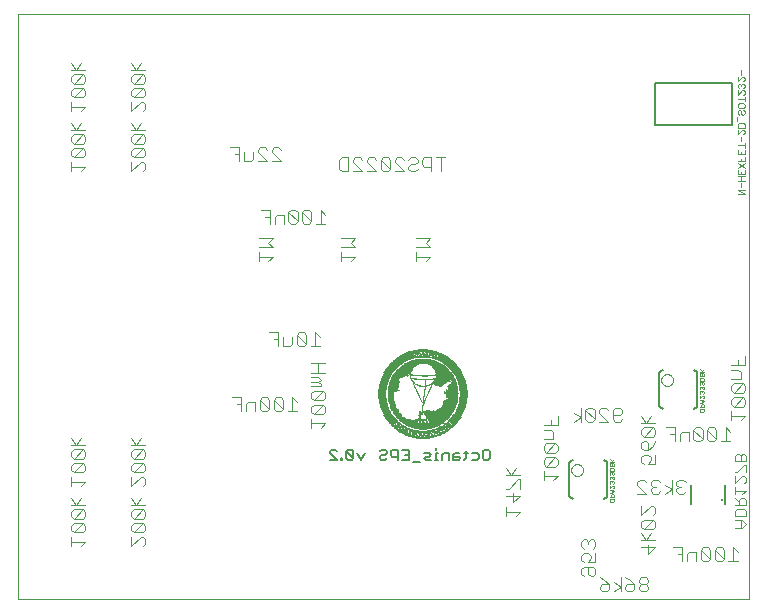
<source format=gbo>
G75*
%MOIN*%
%OFA0B0*%
%FSLAX24Y24*%
%IPPOS*%
%LPD*%
%AMOC8*
5,1,8,0,0,1.08239X$1,22.5*
%
%ADD10C,0.0000*%
%ADD11R,0.0340X0.0010*%
%ADD12R,0.0480X0.0010*%
%ADD13R,0.0590X0.0010*%
%ADD14R,0.0680X0.0010*%
%ADD15R,0.0760X0.0010*%
%ADD16R,0.0010X0.0010*%
%ADD17R,0.0090X0.0010*%
%ADD18R,0.0320X0.0010*%
%ADD19R,0.0300X0.0010*%
%ADD20R,0.0040X0.0010*%
%ADD21R,0.0070X0.0010*%
%ADD22R,0.0050X0.0010*%
%ADD23R,0.0270X0.0010*%
%ADD24R,0.0230X0.0010*%
%ADD25R,0.0020X0.0010*%
%ADD26R,0.0060X0.0010*%
%ADD27R,0.0240X0.0010*%
%ADD28R,0.0220X0.0010*%
%ADD29R,0.0260X0.0010*%
%ADD30R,0.0030X0.0010*%
%ADD31R,0.0190X0.0010*%
%ADD32R,0.0180X0.0010*%
%ADD33R,0.0080X0.0010*%
%ADD34R,0.0200X0.0010*%
%ADD35R,0.0150X0.0010*%
%ADD36R,0.0160X0.0010*%
%ADD37R,0.0140X0.0010*%
%ADD38R,0.0110X0.0010*%
%ADD39R,0.0170X0.0010*%
%ADD40R,0.0130X0.0010*%
%ADD41R,0.0120X0.0010*%
%ADD42R,0.0370X0.0010*%
%ADD43R,0.0550X0.0010*%
%ADD44R,0.0100X0.0010*%
%ADD45R,0.0800X0.0010*%
%ADD46R,0.0210X0.0010*%
%ADD47R,0.0290X0.0010*%
%ADD48R,0.0420X0.0010*%
%ADD49R,0.0520X0.0010*%
%ADD50R,0.0600X0.0010*%
%ADD51R,0.0670X0.0010*%
%ADD52R,0.0740X0.0010*%
%ADD53R,0.0850X0.0010*%
%ADD54R,0.0900X0.0010*%
%ADD55R,0.0950X0.0010*%
%ADD56R,0.0990X0.0010*%
%ADD57R,0.1030X0.0010*%
%ADD58R,0.1070X0.0010*%
%ADD59R,0.1110X0.0010*%
%ADD60R,0.1150X0.0010*%
%ADD61R,0.1180X0.0010*%
%ADD62R,0.1220X0.0010*%
%ADD63R,0.1250X0.0010*%
%ADD64R,0.0410X0.0010*%
%ADD65R,0.0860X0.0010*%
%ADD66R,0.0450X0.0010*%
%ADD67R,0.0440X0.0010*%
%ADD68R,0.0460X0.0010*%
%ADD69R,0.0490X0.0010*%
%ADD70R,0.0510X0.0010*%
%ADD71R,0.0500X0.0010*%
%ADD72R,0.0350X0.0010*%
%ADD73R,0.0540X0.0010*%
%ADD74R,0.0560X0.0010*%
%ADD75R,0.0580X0.0010*%
%ADD76R,0.0280X0.0010*%
%ADD77R,0.0610X0.0010*%
%ADD78R,0.0330X0.0010*%
%ADD79R,0.0630X0.0010*%
%ADD80R,0.0640X0.0010*%
%ADD81R,0.0660X0.0010*%
%ADD82R,0.0690X0.0010*%
%ADD83R,0.0710X0.0010*%
%ADD84R,0.0310X0.0010*%
%ADD85R,0.0720X0.0010*%
%ADD86R,0.0250X0.0010*%
%ADD87R,0.0770X0.0010*%
%ADD88R,0.0790X0.0010*%
%ADD89R,0.0810X0.0010*%
%ADD90R,0.0820X0.0010*%
%ADD91R,0.0830X0.0010*%
%ADD92R,0.0840X0.0010*%
%ADD93R,0.0880X0.0010*%
%ADD94R,0.0920X0.0010*%
%ADD95R,0.0930X0.0010*%
%ADD96R,0.0940X0.0010*%
%ADD97R,0.0960X0.0010*%
%ADD98R,0.1130X0.0010*%
%ADD99R,0.1140X0.0010*%
%ADD100R,0.1050X0.0010*%
%ADD101R,0.1010X0.0010*%
%ADD102R,0.1020X0.0010*%
%ADD103R,0.0650X0.0010*%
%ADD104R,0.0620X0.0010*%
%ADD105R,0.0470X0.0010*%
%ADD106R,0.0390X0.0010*%
%ADD107R,0.0360X0.0010*%
%ADD108R,0.0400X0.0010*%
%ADD109R,0.0430X0.0010*%
%ADD110R,0.0530X0.0010*%
%ADD111R,0.0700X0.0010*%
%ADD112R,0.0570X0.0010*%
%ADD113R,0.0380X0.0010*%
%ADD114C,0.0050*%
%ADD115C,0.0040*%
%ADD116C,0.0060*%
%ADD117C,0.0020*%
%ADD118C,0.0079*%
%ADD119C,0.0080*%
D10*
X000630Y000630D02*
X000630Y020126D01*
X025000Y020126D01*
X025000Y000630D01*
X000630Y000630D01*
D11*
X013105Y006560D03*
X013115Y006550D03*
X013125Y006540D03*
X013135Y006530D03*
X014125Y005980D03*
X014365Y006030D03*
X015125Y006550D03*
X015135Y006560D03*
X015145Y006570D03*
X015155Y006580D03*
X013125Y007570D03*
X013135Y007610D03*
X013135Y007620D03*
X013135Y007660D03*
X013105Y008350D03*
X013115Y008360D03*
X013125Y008370D03*
X013135Y008380D03*
X015115Y008370D03*
X015125Y008360D03*
X015135Y008350D03*
X015145Y008340D03*
X015155Y008330D03*
D12*
X014775Y008220D03*
X014765Y008230D03*
X014825Y008600D03*
X014125Y008920D03*
X013725Y008440D03*
X013705Y008430D03*
X013575Y008330D03*
X013565Y008320D03*
X013555Y008310D03*
X014655Y007820D03*
X014695Y007850D03*
X015015Y007150D03*
X015015Y007140D03*
X015005Y007120D03*
X015005Y007110D03*
X015005Y007100D03*
X014965Y007010D03*
X014965Y007000D03*
X014125Y005990D03*
D13*
X014120Y006000D03*
X014130Y006210D03*
X014600Y006570D03*
X014840Y008040D03*
X014120Y008910D03*
D14*
X014125Y008900D03*
X014125Y006010D03*
D15*
X014125Y006020D03*
X014615Y006670D03*
X014125Y008890D03*
D16*
X014180Y008820D03*
X014050Y008810D03*
X014050Y008800D03*
X014000Y008800D03*
X014000Y008790D03*
X014000Y008780D03*
X015070Y007860D03*
X014920Y007620D03*
X014850Y007550D03*
X014850Y007540D03*
X014840Y007250D03*
X014840Y007230D03*
X014480Y006900D03*
X014290Y006910D03*
X014240Y006630D03*
X014030Y006630D03*
X013890Y006610D03*
X013730Y006600D03*
X013680Y006620D03*
X013630Y006610D03*
X013500Y006330D03*
X013490Y006320D03*
X013450Y006330D03*
X013620Y006220D03*
X013230Y006360D03*
X013220Y006440D03*
X013230Y006470D03*
X013170Y006440D03*
X013300Y006950D03*
X014170Y007360D03*
X014940Y006440D03*
X014950Y006430D03*
X014910Y006410D03*
X014820Y006350D03*
X014810Y006310D03*
X014850Y006300D03*
X014670Y006240D03*
X014670Y006210D03*
X014630Y006150D03*
X014630Y006140D03*
X014510Y006140D03*
X014450Y006190D03*
X014380Y006180D03*
X014380Y006170D03*
X014380Y006160D03*
X014390Y006150D03*
X014390Y006140D03*
X014350Y006110D03*
X014270Y006170D03*
X014270Y006180D03*
X014160Y006030D03*
X013920Y006130D03*
X013920Y006140D03*
X015000Y006480D03*
D17*
X015140Y006420D03*
X015050Y006330D03*
X015030Y006320D03*
X015020Y006310D03*
X015010Y006300D03*
X014820Y006410D03*
X014770Y006380D03*
X014770Y006230D03*
X014430Y006120D03*
X014430Y006110D03*
X014430Y006100D03*
X014440Y006090D03*
X014440Y006080D03*
X014320Y006080D03*
X014310Y006140D03*
X014090Y006030D03*
X014010Y006110D03*
X014010Y006120D03*
X013700Y006200D03*
X013520Y006210D03*
X013470Y006300D03*
X013510Y006360D03*
X013490Y006370D03*
X013470Y006380D03*
X013460Y006390D03*
X013440Y006400D03*
X013320Y006480D03*
X013180Y006350D03*
X013150Y006370D03*
X013080Y006450D03*
X013240Y006300D03*
X013250Y006290D03*
X014030Y006740D03*
X013860Y008740D03*
X013740Y008750D03*
X014120Y008870D03*
X014360Y008820D03*
D18*
X014785Y008690D03*
X015185Y008290D03*
X015195Y008280D03*
X015205Y008270D03*
X015105Y007710D03*
X015125Y007610D03*
X014655Y007780D03*
X013175Y007840D03*
X013175Y007850D03*
X013165Y007820D03*
X013155Y007790D03*
X013155Y007780D03*
X013145Y007750D03*
X013135Y007710D03*
X013135Y007700D03*
X013135Y007690D03*
X013115Y007560D03*
X013035Y008260D03*
X013045Y008280D03*
X013055Y008290D03*
X013065Y008300D03*
X013075Y008310D03*
X013035Y006650D03*
X013045Y006630D03*
X013055Y006620D03*
X013065Y006610D03*
X013075Y006600D03*
X013815Y006230D03*
X013865Y006030D03*
X015185Y006620D03*
X015195Y006630D03*
X015205Y006640D03*
D19*
X015235Y006680D03*
X015245Y006700D03*
X015255Y006710D03*
X015265Y006720D03*
X015265Y006730D03*
X015275Y006740D03*
X015285Y006760D03*
X015125Y007680D03*
X015285Y008150D03*
X015275Y008170D03*
X015265Y008180D03*
X015265Y008190D03*
X015255Y008200D03*
X015245Y008210D03*
X013835Y008680D03*
X013735Y008840D03*
X013005Y008220D03*
X012995Y008210D03*
X012985Y008190D03*
X012975Y008180D03*
X012965Y008160D03*
X013235Y008000D03*
X013185Y007900D03*
X013185Y007890D03*
X013105Y007550D03*
X012965Y006750D03*
X012975Y006730D03*
X012985Y006720D03*
X012995Y006700D03*
X013005Y006690D03*
X013795Y006050D03*
X014425Y006040D03*
D20*
X014445Y006160D03*
X014515Y006170D03*
X014615Y006190D03*
X014615Y006240D03*
X014815Y006320D03*
X014815Y006330D03*
X014875Y006360D03*
X014905Y006310D03*
X014945Y006350D03*
X014995Y006450D03*
X014855Y006270D03*
X014855Y006260D03*
X014215Y006140D03*
X014215Y006130D03*
X014155Y006110D03*
X014145Y006130D03*
X014145Y006140D03*
X014145Y006150D03*
X014165Y006090D03*
X014165Y006080D03*
X014225Y006060D03*
X014225Y006050D03*
X014225Y006040D03*
X013875Y006170D03*
X013865Y006150D03*
X013865Y006140D03*
X013855Y006120D03*
X013785Y006110D03*
X013585Y006250D03*
X013455Y006320D03*
X013385Y006360D03*
X013335Y006390D03*
X013335Y006400D03*
X013305Y006350D03*
X013255Y006380D03*
X013265Y006420D03*
X013275Y006430D03*
X013965Y006600D03*
X013975Y006610D03*
X013995Y006640D03*
X014005Y006650D03*
X014015Y006670D03*
X014035Y006700D03*
X014035Y006710D03*
X014155Y007170D03*
X014365Y007770D03*
X014385Y007780D03*
X014395Y007790D03*
X013915Y007770D03*
X013895Y007780D03*
X013885Y007790D03*
X013805Y007850D03*
X013795Y007860D03*
X013795Y007870D03*
X013785Y007880D03*
X013145Y007220D03*
X014705Y007710D03*
X014995Y007740D03*
X014475Y008710D03*
X014505Y008790D03*
X014255Y008770D03*
X014255Y008760D03*
X014255Y008750D03*
X014225Y008850D03*
X014105Y008790D03*
X014105Y008780D03*
X014035Y008740D03*
X013945Y008790D03*
X013945Y008800D03*
X013945Y008810D03*
X013945Y008820D03*
X013945Y008830D03*
X013935Y008850D03*
X013875Y008820D03*
X013865Y008830D03*
D21*
X013870Y008750D03*
X014120Y008850D03*
X014170Y008740D03*
X014250Y008800D03*
X014250Y008810D03*
X014250Y008820D03*
X014510Y008800D03*
X014570Y008750D03*
X014570Y008740D03*
X014560Y008710D03*
X014560Y008700D03*
X013740Y008100D03*
X013830Y007820D03*
X014010Y007730D03*
X014270Y007730D03*
X014140Y007160D03*
X014030Y006860D03*
X014030Y006550D03*
X014240Y006550D03*
X014250Y006540D03*
X014150Y006170D03*
X014090Y006040D03*
X013910Y006060D03*
X013690Y006110D03*
X013690Y006120D03*
X013690Y006130D03*
X013690Y006140D03*
X013690Y006150D03*
X013690Y006160D03*
X013690Y006170D03*
X013590Y006150D03*
X013350Y006290D03*
X013310Y006500D03*
X013300Y006510D03*
X013080Y006440D03*
X013670Y006600D03*
X014520Y006190D03*
X014600Y006160D03*
X014700Y006180D03*
X014910Y006320D03*
X014880Y006380D03*
X014940Y006500D03*
X014950Y006510D03*
X014960Y006520D03*
D22*
X015000Y006460D03*
X014610Y006250D03*
X014610Y006180D03*
X014580Y006140D03*
X014520Y006180D03*
X014550Y006210D03*
X014440Y006170D03*
X014320Y006160D03*
X014300Y006070D03*
X014160Y006100D03*
X014000Y006050D03*
X014000Y006040D03*
X013910Y006080D03*
X013870Y006160D03*
X013880Y006180D03*
X013800Y006180D03*
X013780Y006120D03*
X013600Y006270D03*
X013590Y006260D03*
X013570Y006240D03*
X013420Y006250D03*
X013410Y006240D03*
X013290Y006340D03*
X013260Y006390D03*
X013280Y006440D03*
X013900Y006600D03*
X014020Y006500D03*
X014140Y006500D03*
X014250Y006500D03*
X014020Y006870D03*
X014140Y007130D03*
X014140Y007140D03*
X014160Y007180D03*
X014160Y007190D03*
X014170Y007200D03*
X014140Y007700D03*
X013950Y007750D03*
X013930Y007760D03*
X013820Y007830D03*
X013810Y007840D03*
X013750Y007980D03*
X014330Y007750D03*
X014350Y007760D03*
X014990Y007730D03*
X014560Y008690D03*
X014570Y008760D03*
X014470Y008700D03*
X014330Y008720D03*
X014330Y008730D03*
X014220Y008860D03*
X014110Y008810D03*
X014110Y008800D03*
X014040Y008730D03*
X014010Y008860D03*
X013880Y008770D03*
X013830Y008720D03*
X013810Y008800D03*
D23*
X013750Y008850D03*
X013630Y008800D03*
X013500Y008730D03*
X014140Y008720D03*
X014470Y008860D03*
X013990Y008070D03*
X013200Y007960D03*
X012890Y008020D03*
X012880Y008000D03*
X012870Y007980D03*
X012870Y007970D03*
X012860Y007960D03*
X012860Y007950D03*
X012860Y007940D03*
X012850Y007930D03*
X012850Y007920D03*
X012840Y007900D03*
X012840Y007890D03*
X012830Y007870D03*
X012830Y007040D03*
X012840Y007010D03*
X012850Y006990D03*
X012850Y006980D03*
X012860Y006960D03*
X012860Y006950D03*
X012870Y006940D03*
X012870Y006930D03*
X012880Y006910D03*
X012890Y006890D03*
X013110Y006510D03*
X013410Y006640D03*
X013420Y006630D03*
X014080Y006180D03*
X013810Y006040D03*
X015350Y006880D03*
X015360Y006900D03*
X015370Y006920D03*
X015370Y006930D03*
X015380Y006940D03*
X015380Y006950D03*
X015390Y006970D03*
X015390Y006980D03*
X015400Y007000D03*
X015410Y007030D03*
X015420Y007060D03*
X015420Y007850D03*
X015410Y007880D03*
X015400Y007910D03*
X015390Y007930D03*
X015390Y007940D03*
X015380Y007960D03*
X015380Y007970D03*
X015370Y007980D03*
X015370Y007990D03*
X015360Y008010D03*
X015350Y008030D03*
D24*
X015140Y007770D03*
X015150Y007730D03*
X014750Y008740D03*
X014570Y008830D03*
X013650Y008820D03*
X013510Y008750D03*
X013070Y007340D03*
X013070Y007330D03*
X013070Y007320D03*
X013130Y007080D03*
X013130Y007070D03*
X013130Y007060D03*
X013200Y006910D03*
X013200Y006900D03*
X013230Y006860D03*
X013310Y006730D03*
X013320Y006720D03*
X014490Y006050D03*
X015140Y006500D03*
D25*
X015045Y006430D03*
X014995Y006440D03*
X014965Y006410D03*
X014955Y006420D03*
X014935Y006450D03*
X014945Y006360D03*
X014815Y006340D03*
X014675Y006230D03*
X014635Y006130D03*
X014515Y006130D03*
X014515Y006120D03*
X014435Y006150D03*
X014395Y006130D03*
X014385Y006190D03*
X014495Y006210D03*
X014495Y006220D03*
X014275Y006160D03*
X014285Y006120D03*
X014285Y006110D03*
X014285Y006060D03*
X014285Y006050D03*
X014235Y006090D03*
X014165Y006070D03*
X014165Y006060D03*
X014165Y006050D03*
X014095Y006100D03*
X014095Y006110D03*
X014095Y006120D03*
X013915Y006120D03*
X013845Y006090D03*
X013835Y006080D03*
X013835Y006070D03*
X013795Y006190D03*
X013615Y006200D03*
X013615Y006210D03*
X013535Y006180D03*
X013525Y006170D03*
X013385Y006370D03*
X013335Y006380D03*
X013325Y006410D03*
X013215Y006450D03*
X013685Y006610D03*
X014015Y006890D03*
X014135Y006890D03*
X014135Y006900D03*
X014135Y006910D03*
X014135Y006920D03*
X014135Y006930D03*
X014135Y006940D03*
X014135Y006950D03*
X014135Y006960D03*
X014135Y006970D03*
X014135Y006980D03*
X014135Y006990D03*
X014135Y007000D03*
X014135Y007010D03*
X014135Y007020D03*
X014135Y007030D03*
X014135Y007040D03*
X014135Y007050D03*
X014135Y007060D03*
X014145Y007070D03*
X014145Y007080D03*
X014145Y007090D03*
X014145Y007100D03*
X014115Y007170D03*
X014105Y007180D03*
X014105Y007190D03*
X014095Y007200D03*
X014095Y007210D03*
X014085Y007230D03*
X014075Y007250D03*
X014065Y007270D03*
X014055Y007290D03*
X014055Y007300D03*
X014045Y007310D03*
X014045Y007320D03*
X014035Y007330D03*
X014035Y007340D03*
X014025Y007350D03*
X014025Y007360D03*
X014015Y007380D03*
X014005Y007400D03*
X013995Y007420D03*
X013985Y007440D03*
X013985Y007450D03*
X013975Y007460D03*
X013975Y007470D03*
X013965Y007480D03*
X013965Y007490D03*
X013955Y007500D03*
X013955Y007510D03*
X013945Y007530D03*
X013935Y007550D03*
X013925Y007570D03*
X013915Y007590D03*
X013915Y007600D03*
X013905Y007610D03*
X013905Y007620D03*
X013895Y007630D03*
X013895Y007640D03*
X013885Y007650D03*
X013885Y007660D03*
X013875Y007680D03*
X013865Y007700D03*
X013855Y007720D03*
X013845Y007740D03*
X013845Y007750D03*
X013835Y007760D03*
X013835Y007770D03*
X013825Y007780D03*
X013825Y007790D03*
X013815Y007800D03*
X013815Y007810D03*
X013775Y007900D03*
X013765Y007920D03*
X013755Y007940D03*
X013745Y007950D03*
X013735Y007990D03*
X013735Y008000D03*
X013725Y008010D03*
X013725Y008020D03*
X013725Y008030D03*
X013725Y008040D03*
X013725Y008050D03*
X013715Y008060D03*
X013715Y008070D03*
X013715Y008080D03*
X013715Y008110D03*
X013715Y008120D03*
X013715Y008130D03*
X013715Y008140D03*
X013675Y008120D03*
X013615Y008050D03*
X013415Y008000D03*
X014225Y007870D03*
X014225Y007860D03*
X014225Y007850D03*
X014225Y007840D03*
X014225Y007830D03*
X014225Y007820D03*
X014225Y007810D03*
X014225Y007800D03*
X014215Y007790D03*
X014215Y007780D03*
X014215Y007770D03*
X014215Y007760D03*
X014215Y007750D03*
X014215Y007740D03*
X014215Y007730D03*
X014205Y007690D03*
X014205Y007680D03*
X014205Y007670D03*
X014205Y007660D03*
X014205Y007650D03*
X014205Y007640D03*
X014205Y007630D03*
X014205Y007620D03*
X014195Y007610D03*
X014195Y007600D03*
X014195Y007590D03*
X014195Y007580D03*
X014195Y007570D03*
X014195Y007560D03*
X014195Y007550D03*
X014195Y007540D03*
X014185Y007530D03*
X014185Y007520D03*
X014185Y007510D03*
X014185Y007500D03*
X014185Y007490D03*
X014185Y007480D03*
X014185Y007470D03*
X014185Y007460D03*
X014185Y007450D03*
X014175Y007440D03*
X014175Y007430D03*
X014175Y007420D03*
X014175Y007410D03*
X014175Y007400D03*
X014175Y007390D03*
X014175Y007380D03*
X014175Y007370D03*
X014165Y007350D03*
X014165Y007340D03*
X014165Y007330D03*
X014165Y007320D03*
X014165Y007310D03*
X014165Y007300D03*
X014165Y007290D03*
X014165Y007280D03*
X014155Y007270D03*
X014155Y007260D03*
X014155Y007250D03*
X014155Y007240D03*
X014155Y007230D03*
X014155Y007220D03*
X014155Y007210D03*
X014185Y007210D03*
X014195Y007220D03*
X014195Y007230D03*
X014205Y007250D03*
X014215Y007270D03*
X014225Y007290D03*
X014225Y007300D03*
X014235Y007310D03*
X014235Y007320D03*
X014245Y007330D03*
X014245Y007340D03*
X014255Y007350D03*
X014255Y007360D03*
X014265Y007380D03*
X014275Y007400D03*
X014285Y007420D03*
X014285Y007430D03*
X014295Y007440D03*
X014295Y007450D03*
X014305Y007460D03*
X014305Y007470D03*
X014315Y007480D03*
X014315Y007490D03*
X014325Y007500D03*
X014325Y007510D03*
X014335Y007530D03*
X014345Y007550D03*
X014355Y007570D03*
X014355Y007580D03*
X014365Y007590D03*
X014365Y007600D03*
X014375Y007610D03*
X014375Y007620D03*
X014385Y007640D03*
X014395Y007660D03*
X014405Y007680D03*
X014415Y007700D03*
X014415Y007710D03*
X014425Y007720D03*
X014425Y007730D03*
X014435Y007740D03*
X014435Y007750D03*
X014445Y007760D03*
X014445Y007770D03*
X014455Y007790D03*
X014235Y007880D03*
X014235Y007890D03*
X014235Y007900D03*
X014235Y007910D03*
X014235Y007920D03*
X014855Y007530D03*
X014915Y007610D03*
X015075Y007850D03*
X014335Y006910D03*
X013145Y007230D03*
X013145Y007240D03*
X013895Y008720D03*
X014005Y008810D03*
X014005Y008820D03*
X014045Y008790D03*
X014045Y008780D03*
X014045Y008770D03*
X014095Y008740D03*
X014095Y008730D03*
X014175Y008800D03*
X014175Y008810D03*
X014325Y008830D03*
X014375Y008840D03*
X014485Y008740D03*
D26*
X014405Y008730D03*
X014255Y008780D03*
X014255Y008790D03*
X014235Y008840D03*
X014225Y008870D03*
X014115Y008840D03*
X014115Y008830D03*
X014115Y008820D03*
X014175Y008760D03*
X014175Y008750D03*
X013875Y008760D03*
X013975Y007740D03*
X014305Y007740D03*
X014145Y007150D03*
X014035Y006720D03*
X014025Y006510D03*
X014135Y006510D03*
X014245Y006510D03*
X014145Y006160D03*
X014095Y006060D03*
X014095Y006050D03*
X014005Y006060D03*
X014005Y006070D03*
X013905Y006070D03*
X013885Y006190D03*
X013795Y006170D03*
X013785Y006160D03*
X013785Y006150D03*
X013785Y006140D03*
X013785Y006130D03*
X013595Y006160D03*
X013535Y006200D03*
X013425Y006260D03*
X013455Y006310D03*
X013385Y006340D03*
X013385Y006350D03*
X013375Y006330D03*
X013365Y006320D03*
X013365Y006310D03*
X013355Y006300D03*
X014585Y006150D03*
X014605Y006170D03*
X014875Y006370D03*
X014905Y006390D03*
X014935Y006340D03*
X015035Y006410D03*
X014685Y006970D03*
D27*
X015145Y006510D03*
X014515Y006060D03*
X014385Y006230D03*
X014135Y006570D03*
X014135Y006580D03*
X014135Y006590D03*
X014135Y006600D03*
X014135Y006610D03*
X014135Y006620D03*
X013285Y006770D03*
X013195Y006920D03*
X013195Y006930D03*
X013105Y006500D03*
X015135Y007760D03*
X014385Y008680D03*
X014585Y008820D03*
D28*
X013805Y008670D03*
X013675Y008830D03*
X015145Y007740D03*
X013335Y006700D03*
X013325Y006710D03*
X013285Y006760D03*
X013255Y006810D03*
X013225Y006850D03*
X013205Y006880D03*
X013205Y006890D03*
X013175Y006950D03*
X013165Y006960D03*
X013115Y007090D03*
X013105Y007120D03*
X013065Y007310D03*
X013065Y007350D03*
X013065Y007360D03*
X013065Y007370D03*
X013065Y007380D03*
X013065Y007390D03*
X013065Y007460D03*
X013065Y007470D03*
X013065Y007480D03*
X013065Y007490D03*
X013065Y007500D03*
X013625Y006100D03*
X013725Y006060D03*
D29*
X013785Y006240D03*
X013285Y006790D03*
X012855Y006970D03*
X012845Y007000D03*
X012835Y007020D03*
X012835Y007030D03*
X012825Y007050D03*
X012825Y007060D03*
X012825Y007070D03*
X012815Y007080D03*
X012815Y007090D03*
X012815Y007100D03*
X012815Y007110D03*
X012805Y007120D03*
X012805Y007130D03*
X012805Y007140D03*
X012795Y007160D03*
X012795Y007170D03*
X012795Y007180D03*
X012785Y007220D03*
X012785Y007230D03*
X012775Y007290D03*
X012775Y007300D03*
X012775Y007610D03*
X012775Y007620D03*
X012785Y007680D03*
X012785Y007690D03*
X012795Y007730D03*
X012795Y007740D03*
X012795Y007750D03*
X012805Y007770D03*
X012805Y007780D03*
X012805Y007790D03*
X012815Y007800D03*
X012815Y007810D03*
X012815Y007820D03*
X012815Y007830D03*
X012825Y007840D03*
X012825Y007850D03*
X012825Y007860D03*
X012835Y007880D03*
X012845Y007910D03*
X013505Y008740D03*
X014495Y008850D03*
X014765Y008720D03*
X015385Y007950D03*
X015395Y007920D03*
X015405Y007900D03*
X015405Y007890D03*
X015415Y007870D03*
X015415Y007860D03*
X015425Y007840D03*
X015425Y007830D03*
X015425Y007820D03*
X015435Y007810D03*
X015435Y007800D03*
X015435Y007790D03*
X015445Y007770D03*
X015445Y007760D03*
X015445Y007750D03*
X015455Y007720D03*
X015455Y007710D03*
X015455Y007700D03*
X015465Y007660D03*
X015465Y007650D03*
X015475Y007560D03*
X015475Y007350D03*
X015465Y007260D03*
X015465Y007250D03*
X015455Y007210D03*
X015455Y007200D03*
X015455Y007190D03*
X015445Y007160D03*
X015445Y007150D03*
X015445Y007140D03*
X015435Y007120D03*
X015435Y007110D03*
X015435Y007100D03*
X015425Y007090D03*
X015425Y007080D03*
X015425Y007070D03*
X015415Y007050D03*
X015415Y007040D03*
X015405Y007020D03*
X015405Y007010D03*
X015395Y006990D03*
X015385Y006960D03*
X015145Y006520D03*
X014525Y006070D03*
X015125Y007750D03*
D30*
X014910Y007600D03*
X014450Y007780D03*
X014410Y007800D03*
X014410Y007690D03*
X014400Y007670D03*
X014390Y007650D03*
X014380Y007630D03*
X014350Y007560D03*
X014340Y007540D03*
X014330Y007520D03*
X014280Y007410D03*
X014270Y007390D03*
X014260Y007370D03*
X014220Y007280D03*
X014210Y007260D03*
X014200Y007240D03*
X014090Y007220D03*
X014080Y007240D03*
X014070Y007260D03*
X014060Y007280D03*
X014020Y007370D03*
X014010Y007390D03*
X014000Y007410D03*
X013990Y007430D03*
X013950Y007520D03*
X013940Y007540D03*
X013930Y007560D03*
X013920Y007580D03*
X013880Y007670D03*
X013870Y007690D03*
X013860Y007710D03*
X013850Y007730D03*
X013870Y007800D03*
X013860Y007810D03*
X013780Y007890D03*
X013770Y007910D03*
X013760Y007930D03*
X013750Y007960D03*
X013610Y008060D03*
X014210Y007700D03*
X014140Y007120D03*
X014140Y007110D03*
X014020Y006880D03*
X014030Y006690D03*
X014020Y006680D03*
X014010Y006660D03*
X013990Y006630D03*
X013980Y006620D03*
X013860Y006130D03*
X013850Y006110D03*
X013850Y006100D03*
X013790Y006100D03*
X013590Y006170D03*
X013540Y006190D03*
X013240Y006370D03*
X013260Y006400D03*
X013260Y006410D03*
X013220Y006460D03*
X013170Y006430D03*
X014150Y006120D03*
X014220Y006150D03*
X014230Y006080D03*
X014230Y006070D03*
X014290Y006130D03*
X014440Y006180D03*
X014510Y006160D03*
X014510Y006150D03*
X014520Y006110D03*
X014530Y006100D03*
X014570Y006130D03*
X014620Y006200D03*
X014620Y006210D03*
X014620Y006220D03*
X014620Y006230D03*
X014680Y006220D03*
X014710Y006190D03*
X014550Y006220D03*
X014850Y006280D03*
X014850Y006290D03*
X014880Y006340D03*
X014870Y006350D03*
X014910Y006400D03*
X014910Y006300D03*
X014910Y006290D03*
X015040Y006420D03*
X015000Y006470D03*
X014560Y008680D03*
X014480Y008720D03*
X014480Y008730D03*
X014490Y008750D03*
X014490Y008760D03*
X014500Y008770D03*
X014500Y008780D03*
X014570Y008770D03*
X014370Y008830D03*
X014260Y008740D03*
X014260Y008730D03*
X014100Y008750D03*
X014100Y008760D03*
X014100Y008770D03*
X014040Y008760D03*
X014040Y008750D03*
X014010Y008830D03*
X014010Y008840D03*
X014010Y008850D03*
X013940Y008840D03*
X013950Y008780D03*
X013950Y008770D03*
X013950Y008760D03*
X013950Y008750D03*
X013950Y008740D03*
X013950Y008730D03*
X013960Y008720D03*
X013900Y008710D03*
X013880Y008780D03*
X013880Y008790D03*
X013880Y008800D03*
X013880Y008810D03*
D31*
X013530Y008770D03*
X014720Y008770D03*
X015150Y007810D03*
X013340Y006680D03*
X013140Y006980D03*
X013130Y007010D03*
X013130Y007020D03*
X013070Y007200D03*
X013070Y007210D03*
X013060Y007300D03*
X013530Y006140D03*
X013660Y006080D03*
X013680Y006070D03*
X014610Y006090D03*
X014840Y006210D03*
D32*
X014755Y006160D03*
X014675Y006310D03*
X014595Y006080D03*
X014425Y006240D03*
X015065Y006390D03*
X015145Y006470D03*
X015145Y007820D03*
X014425Y008670D03*
X014705Y008780D03*
X013865Y008080D03*
X013935Y007950D03*
X013545Y008780D03*
X013055Y007270D03*
X013055Y007260D03*
X013055Y007250D03*
X013075Y007190D03*
X013075Y007180D03*
X013075Y007170D03*
X013075Y007160D03*
X013135Y007000D03*
X013135Y006990D03*
X013095Y006480D03*
D33*
X013085Y006430D03*
X013165Y006360D03*
X013185Y006340D03*
X013315Y006490D03*
X013385Y006440D03*
X013395Y006430D03*
X013415Y006420D03*
X013425Y006410D03*
X013695Y006190D03*
X013695Y006180D03*
X014005Y006100D03*
X014005Y006090D03*
X014005Y006080D03*
X014305Y006150D03*
X014315Y006100D03*
X014315Y006090D03*
X014525Y006200D03*
X014775Y006220D03*
X014915Y006330D03*
X014835Y006420D03*
X014845Y006430D03*
X014865Y006440D03*
X014875Y006450D03*
X014905Y006470D03*
X014915Y006480D03*
X014925Y006490D03*
X014805Y006400D03*
X015125Y006400D03*
X015135Y006410D03*
X014245Y006520D03*
X014245Y006530D03*
X014135Y006530D03*
X014135Y006540D03*
X014135Y006550D03*
X014135Y006520D03*
X014025Y006520D03*
X014025Y006530D03*
X014025Y006540D03*
X014035Y006730D03*
X014695Y007720D03*
X014565Y008720D03*
X014565Y008730D03*
X014245Y008830D03*
X014175Y008730D03*
X014115Y008860D03*
D34*
X014735Y008760D03*
X015145Y007800D03*
X015145Y007790D03*
X013875Y006580D03*
X013635Y006090D03*
X013335Y006690D03*
X013205Y006870D03*
X013095Y007140D03*
X013055Y007410D03*
X013055Y007420D03*
X013055Y007430D03*
X014765Y006170D03*
X015145Y006480D03*
D35*
X015060Y006370D03*
X014740Y006140D03*
X014680Y006110D03*
X014650Y006100D03*
X014050Y006810D03*
X014050Y006820D03*
X013330Y006450D03*
X013230Y006330D03*
X013360Y006230D03*
X013550Y006120D03*
X013570Y006110D03*
X013090Y006470D03*
X013850Y007960D03*
X013780Y008090D03*
D36*
X013735Y008780D03*
X014275Y006900D03*
X014685Y006320D03*
X014835Y006200D03*
X014695Y006120D03*
X014465Y006250D03*
X015145Y006460D03*
X013735Y006260D03*
X013295Y006280D03*
D37*
X013295Y006270D03*
X013365Y006220D03*
X013645Y006290D03*
X013715Y006270D03*
X013135Y006410D03*
X013125Y006420D03*
X013045Y007220D03*
X013045Y007240D03*
X014045Y006800D03*
X014045Y006790D03*
X014565Y006280D03*
X014695Y006330D03*
X014725Y006130D03*
X014915Y006250D03*
X015145Y006450D03*
X014675Y007730D03*
X014455Y008660D03*
X014375Y008750D03*
X014375Y008760D03*
D38*
X013740Y008690D03*
X013730Y008700D03*
X013720Y008730D03*
X013720Y008740D03*
X015130Y007960D03*
X015140Y007940D03*
X015140Y007930D03*
X015160Y007880D03*
X014040Y006770D03*
X014040Y006760D03*
X013610Y006310D03*
X013520Y006220D03*
X013420Y006180D03*
X013400Y006190D03*
X014010Y006150D03*
X014010Y006140D03*
X014010Y006130D03*
X014720Y006290D03*
X014750Y006260D03*
X014720Y006350D03*
X014800Y006390D03*
X014890Y006220D03*
X014960Y006270D03*
X015060Y006350D03*
X015020Y006400D03*
D39*
X015060Y006380D03*
X014750Y006150D03*
X014550Y006270D03*
X013660Y006280D03*
X013540Y006130D03*
X013080Y007150D03*
X013050Y007280D03*
X013050Y007290D03*
X014200Y008050D03*
X014670Y007740D03*
X015150Y007830D03*
X015150Y007840D03*
X014690Y008790D03*
X014670Y008800D03*
X013780Y008660D03*
D40*
X014370Y008740D03*
X014380Y008770D03*
X014380Y008780D03*
X014380Y008790D03*
X014380Y008800D03*
X014420Y007950D03*
X015140Y007910D03*
X015140Y007900D03*
X015160Y007860D03*
X015160Y007850D03*
X015060Y006360D03*
X014910Y006240D03*
X014830Y006190D03*
X014590Y006290D03*
X014010Y006170D03*
X013480Y006150D03*
X013460Y006160D03*
X013440Y006170D03*
X013470Y006270D03*
X013480Y006280D03*
X013330Y006460D03*
X013230Y006320D03*
X013140Y006400D03*
X013040Y007230D03*
D41*
X013085Y006460D03*
X013145Y006390D03*
X013235Y006310D03*
X013305Y006260D03*
X013375Y006210D03*
X013385Y006200D03*
X013475Y006290D03*
X013525Y006230D03*
X013625Y006300D03*
X013325Y006470D03*
X013925Y006590D03*
X014045Y006780D03*
X014015Y006160D03*
X014705Y006340D03*
X014735Y006280D03*
X014745Y006270D03*
X014825Y006180D03*
X014905Y006230D03*
X014965Y006280D03*
X015145Y006440D03*
X015155Y007870D03*
X015155Y007890D03*
X015135Y007920D03*
X014475Y008080D03*
X014485Y008650D03*
X014375Y008810D03*
X013745Y008770D03*
X013755Y008650D03*
X013785Y007970D03*
D42*
X013280Y008030D03*
X013200Y008440D03*
X013210Y008450D03*
X013220Y008460D03*
X013470Y008680D03*
X013140Y007580D03*
X014120Y006190D03*
X015090Y007250D03*
X015100Y007270D03*
X015060Y008430D03*
X015050Y008440D03*
D43*
X014740Y008640D03*
X013460Y008160D03*
X014900Y006940D03*
X014910Y006950D03*
X014130Y006200D03*
X013670Y006530D03*
D44*
X013565Y006330D03*
X013545Y006340D03*
X013525Y006350D03*
X013585Y006320D03*
X013705Y006210D03*
X013325Y006240D03*
X013305Y006250D03*
X013145Y006380D03*
X014035Y006750D03*
X014735Y006360D03*
X014755Y006370D03*
X014755Y006250D03*
X014765Y006240D03*
X014955Y006260D03*
X014995Y006290D03*
X015055Y006340D03*
X015145Y006430D03*
X014895Y006460D03*
X014225Y007720D03*
X014055Y007720D03*
X013735Y008640D03*
X013725Y008710D03*
X013725Y008720D03*
X013745Y008760D03*
X013855Y008730D03*
X015135Y007950D03*
D45*
X014125Y008560D03*
X014125Y006350D03*
X014055Y006220D03*
D46*
X013760Y006250D03*
X013300Y006740D03*
X013290Y006750D03*
X013240Y006820D03*
X013230Y006830D03*
X013230Y006840D03*
X013160Y006970D03*
X013130Y007030D03*
X013130Y007040D03*
X013130Y007050D03*
X013110Y007100D03*
X013110Y007110D03*
X013100Y007130D03*
X013060Y007400D03*
X013060Y007440D03*
X013060Y007450D03*
X013060Y007510D03*
X013060Y007520D03*
X014140Y007710D03*
X014380Y008070D03*
X015140Y007780D03*
X014740Y008750D03*
X014550Y008840D03*
X013520Y008760D03*
X013100Y006490D03*
X014530Y006260D03*
X014660Y006300D03*
X015140Y006490D03*
D47*
X015280Y006750D03*
X015290Y006770D03*
X015300Y006780D03*
X015300Y006790D03*
X015310Y006800D03*
X015320Y006820D03*
X015330Y006840D03*
X015130Y007650D03*
X015130Y007660D03*
X015130Y007670D03*
X015330Y008070D03*
X015320Y008090D03*
X015310Y008110D03*
X015300Y008120D03*
X015300Y008130D03*
X015290Y008140D03*
X015280Y008160D03*
X014640Y007770D03*
X014120Y008620D03*
X013490Y008720D03*
X012970Y008170D03*
X012960Y008150D03*
X012950Y008140D03*
X012950Y008130D03*
X012940Y008120D03*
X012930Y008100D03*
X012920Y008080D03*
X013190Y007930D03*
X013190Y007920D03*
X013190Y007910D03*
X013220Y007990D03*
X013100Y007540D03*
X012920Y006830D03*
X012930Y006810D03*
X012940Y006790D03*
X012950Y006780D03*
X012950Y006770D03*
X012960Y006760D03*
X012970Y006740D03*
X013440Y006620D03*
X013450Y006610D03*
X013460Y006600D03*
X014120Y006290D03*
D48*
X014125Y006300D03*
X014565Y006480D03*
X015065Y007230D03*
X015085Y007440D03*
X015085Y007530D03*
X015085Y007540D03*
X015085Y007550D03*
X014655Y007800D03*
X014935Y008530D03*
X014795Y008650D03*
X014145Y008710D03*
X014125Y008610D03*
X013455Y008650D03*
X013325Y008540D03*
X013305Y008530D03*
X013295Y008520D03*
X013535Y006590D03*
D49*
X013675Y006520D03*
X014125Y006310D03*
X014585Y006530D03*
X014725Y007870D03*
X014735Y007880D03*
X014745Y007890D03*
X014755Y007900D03*
X014765Y007920D03*
X014815Y008140D03*
X014805Y008150D03*
X014805Y008160D03*
X014785Y008620D03*
X014125Y008600D03*
X013795Y008470D03*
X013485Y008210D03*
X013425Y008130D03*
X014175Y007940D03*
D50*
X014845Y008030D03*
X014125Y008590D03*
X014865Y006920D03*
X014125Y006320D03*
X013665Y006560D03*
D51*
X014120Y006330D03*
X014610Y006620D03*
X014120Y008580D03*
D52*
X014125Y008570D03*
X014615Y006660D03*
X014125Y006340D03*
D53*
X014120Y006360D03*
X014120Y008550D03*
D54*
X014125Y008540D03*
X014625Y006770D03*
X014125Y006370D03*
D55*
X014120Y006380D03*
X014120Y008530D03*
D56*
X014120Y008520D03*
X014120Y006390D03*
D57*
X014120Y006400D03*
X014120Y008510D03*
D58*
X014120Y008500D03*
X014120Y006410D03*
D59*
X014120Y006420D03*
X014120Y008490D03*
D60*
X014120Y008480D03*
X014120Y006430D03*
D61*
X014125Y006440D03*
D62*
X014125Y006450D03*
D63*
X014120Y006460D03*
D64*
X014560Y006470D03*
X013540Y006580D03*
X015080Y007330D03*
X015090Y007360D03*
X015090Y007370D03*
X015090Y007380D03*
X015090Y007390D03*
X015090Y007400D03*
X015090Y007430D03*
X015080Y007560D03*
X014950Y008520D03*
X013460Y008660D03*
X013280Y008510D03*
X013320Y008050D03*
D65*
X014625Y006740D03*
X013915Y006470D03*
D66*
X013690Y006480D03*
X014990Y007020D03*
X014990Y007030D03*
X014990Y007040D03*
X015040Y007180D03*
X015040Y007190D03*
X015040Y007210D03*
X015050Y007220D03*
X015070Y007480D03*
X015070Y007490D03*
X014730Y008280D03*
X014720Y008290D03*
X014710Y008300D03*
X014540Y008440D03*
X014520Y008450D03*
X014890Y008560D03*
X013370Y008570D03*
D67*
X013355Y008560D03*
X013445Y008640D03*
X013335Y008060D03*
X014555Y008430D03*
X014575Y008420D03*
X014605Y008400D03*
X014655Y008360D03*
X014665Y008350D03*
X014675Y008340D03*
X014685Y008330D03*
X014695Y008320D03*
X014705Y008310D03*
X014905Y008550D03*
X015075Y007470D03*
X015075Y007460D03*
X015035Y007170D03*
X015035Y007160D03*
X014575Y006490D03*
D68*
X014575Y006500D03*
X014995Y007050D03*
X014995Y007060D03*
X015035Y007200D03*
X015065Y007510D03*
X015065Y007520D03*
X014745Y008260D03*
X014735Y008270D03*
X014875Y008570D03*
X014185Y008060D03*
X013645Y008390D03*
X013385Y008580D03*
X013685Y006490D03*
D69*
X013680Y006500D03*
X014580Y006510D03*
X014790Y008190D03*
X014780Y008210D03*
X014470Y008470D03*
X013740Y008450D03*
X013550Y008300D03*
X013540Y008290D03*
X013530Y008280D03*
X013400Y008120D03*
X013420Y008600D03*
X013440Y008610D03*
D70*
X013460Y008620D03*
X013510Y008250D03*
X013500Y008240D03*
X013500Y008230D03*
X013490Y008220D03*
X013380Y008080D03*
X014800Y008170D03*
X013680Y006510D03*
D71*
X014585Y006520D03*
X014715Y007860D03*
X014795Y008180D03*
X014785Y008200D03*
X014805Y008610D03*
X014125Y008700D03*
X013765Y008460D03*
X013525Y008270D03*
X013515Y008260D03*
X013395Y008110D03*
X013395Y008100D03*
X013385Y008090D03*
X013375Y008070D03*
D72*
X013260Y008010D03*
X013150Y008390D03*
X014670Y007790D03*
X015110Y007600D03*
X015110Y008380D03*
X015100Y008390D03*
X015090Y008400D03*
X015080Y008410D03*
X014790Y008680D03*
X015120Y006540D03*
X015110Y006530D03*
X013150Y006520D03*
D73*
X014585Y006540D03*
X014915Y006960D03*
X014785Y007950D03*
X014825Y008110D03*
X013465Y008170D03*
X013465Y008180D03*
D74*
X013455Y008150D03*
X014835Y008080D03*
X014595Y006550D03*
X013665Y006540D03*
D75*
X013665Y006550D03*
X014595Y006560D03*
X014885Y006930D03*
X014845Y008050D03*
X014815Y008100D03*
D76*
X014635Y007760D03*
X015315Y008100D03*
X015325Y008080D03*
X015335Y008060D03*
X015345Y008050D03*
X015345Y008040D03*
X015355Y008020D03*
X015365Y008000D03*
X014775Y008710D03*
X013215Y007980D03*
X013205Y007970D03*
X013195Y007950D03*
X013195Y007940D03*
X012915Y008070D03*
X012905Y008060D03*
X012905Y008050D03*
X012895Y008040D03*
X012895Y008030D03*
X012885Y008010D03*
X012875Y007990D03*
X012925Y008090D03*
X012935Y008110D03*
X013095Y007530D03*
X012875Y006920D03*
X012885Y006900D03*
X012895Y006880D03*
X012895Y006870D03*
X012905Y006860D03*
X012905Y006850D03*
X012915Y006840D03*
X012925Y006820D03*
X012935Y006800D03*
X014135Y006560D03*
X015315Y006810D03*
X015325Y006830D03*
X015335Y006850D03*
X015345Y006860D03*
X015345Y006870D03*
X015355Y006890D03*
X015365Y006910D03*
D77*
X014600Y006580D03*
X013660Y006570D03*
X014850Y008010D03*
X014850Y008020D03*
D78*
X015100Y007700D03*
X015180Y008300D03*
X015170Y008310D03*
X015160Y008320D03*
X014190Y007930D03*
X013480Y008700D03*
X013100Y008340D03*
X013090Y008330D03*
X013080Y008320D03*
X013140Y007680D03*
X013140Y007670D03*
X013130Y007650D03*
X013130Y007640D03*
X013130Y007630D03*
X013080Y006590D03*
X013090Y006580D03*
X013100Y006570D03*
X015160Y006590D03*
X015170Y006600D03*
X015180Y006610D03*
X014120Y008930D03*
D79*
X014740Y007960D03*
X014850Y007990D03*
X014850Y008000D03*
X014840Y006900D03*
X014600Y006590D03*
D80*
X014605Y006600D03*
D81*
X014605Y006610D03*
X014845Y007980D03*
D82*
X014610Y006630D03*
D83*
X014610Y006640D03*
D84*
X014330Y006890D03*
X015130Y007620D03*
X015130Y007630D03*
X015130Y007640D03*
X015120Y007690D03*
X015110Y007720D03*
X015240Y008220D03*
X015230Y008230D03*
X015230Y008240D03*
X015220Y008250D03*
X015210Y008260D03*
X014780Y008700D03*
X014420Y008870D03*
X013800Y008860D03*
X013490Y008710D03*
X013040Y008270D03*
X013030Y008250D03*
X013020Y008240D03*
X013010Y008230D03*
X012990Y008200D03*
X013180Y007880D03*
X013180Y007870D03*
X013180Y007860D03*
X013170Y007830D03*
X013160Y007810D03*
X013160Y007800D03*
X013150Y007770D03*
X013150Y007760D03*
X013140Y007740D03*
X013140Y007730D03*
X013140Y007720D03*
X012990Y006710D03*
X013010Y006680D03*
X013020Y006670D03*
X013030Y006660D03*
X013040Y006640D03*
X015210Y006650D03*
X015220Y006660D03*
X015230Y006670D03*
X015240Y006690D03*
D85*
X014615Y006650D03*
D86*
X015440Y007130D03*
X015450Y007170D03*
X015450Y007180D03*
X015460Y007220D03*
X015460Y007230D03*
X015460Y007240D03*
X015470Y007270D03*
X015470Y007280D03*
X015470Y007290D03*
X015470Y007300D03*
X015470Y007310D03*
X015470Y007320D03*
X015470Y007330D03*
X015470Y007340D03*
X015480Y007360D03*
X015480Y007370D03*
X015480Y007380D03*
X015480Y007390D03*
X015480Y007400D03*
X015480Y007410D03*
X015480Y007420D03*
X015480Y007430D03*
X015480Y007440D03*
X015480Y007450D03*
X015480Y007460D03*
X015480Y007470D03*
X015480Y007480D03*
X015480Y007490D03*
X015480Y007500D03*
X015480Y007510D03*
X015480Y007520D03*
X015480Y007530D03*
X015480Y007540D03*
X015480Y007550D03*
X015470Y007570D03*
X015470Y007580D03*
X015470Y007590D03*
X015470Y007600D03*
X015470Y007610D03*
X015470Y007620D03*
X015470Y007630D03*
X015470Y007640D03*
X015460Y007670D03*
X015460Y007680D03*
X015460Y007690D03*
X015450Y007730D03*
X015450Y007740D03*
X015440Y007780D03*
X014640Y007750D03*
X014760Y008730D03*
X014600Y008810D03*
X013640Y008810D03*
X012800Y007760D03*
X012790Y007720D03*
X012790Y007710D03*
X012790Y007700D03*
X012780Y007670D03*
X012780Y007660D03*
X012780Y007650D03*
X012780Y007640D03*
X012780Y007630D03*
X012770Y007600D03*
X012770Y007590D03*
X012770Y007580D03*
X012770Y007570D03*
X012770Y007560D03*
X012770Y007550D03*
X012770Y007540D03*
X012770Y007530D03*
X012770Y007520D03*
X012770Y007510D03*
X012770Y007500D03*
X012770Y007490D03*
X012770Y007480D03*
X012770Y007470D03*
X012770Y007460D03*
X012770Y007450D03*
X012770Y007440D03*
X012770Y007430D03*
X012770Y007420D03*
X012770Y007410D03*
X012770Y007400D03*
X012770Y007390D03*
X012770Y007380D03*
X012770Y007370D03*
X012770Y007360D03*
X012770Y007350D03*
X012770Y007340D03*
X012770Y007330D03*
X012770Y007320D03*
X012770Y007310D03*
X012780Y007280D03*
X012780Y007270D03*
X012780Y007260D03*
X012780Y007250D03*
X012780Y007240D03*
X012790Y007210D03*
X012790Y007200D03*
X012790Y007190D03*
X012800Y007150D03*
X013190Y006940D03*
X013270Y006800D03*
X013290Y006780D03*
X013370Y006670D03*
X013380Y006660D03*
X013390Y006650D03*
D87*
X014620Y006680D03*
D88*
X014620Y006690D03*
D89*
X014620Y006700D03*
D90*
X014625Y006710D03*
D91*
X014620Y006720D03*
X014120Y008880D03*
D92*
X014625Y006730D03*
D93*
X014625Y006750D03*
X014625Y006760D03*
D94*
X014625Y006780D03*
D95*
X014630Y006790D03*
D96*
X014625Y006800D03*
D97*
X014625Y006810D03*
X014625Y006820D03*
D98*
X014560Y006850D03*
X014550Y006830D03*
D99*
X014555Y006840D03*
D100*
X014610Y006860D03*
D101*
X014630Y006870D03*
D102*
X014635Y006880D03*
D103*
X014830Y006890D03*
X014170Y008690D03*
D104*
X014795Y008090D03*
X014855Y006910D03*
D105*
X014960Y006970D03*
X014960Y006980D03*
X014960Y006990D03*
X015000Y007070D03*
X015000Y007080D03*
X015000Y007090D03*
X015010Y007130D03*
X015060Y007500D03*
X014680Y007840D03*
X014670Y007830D03*
X014640Y007810D03*
X014760Y008240D03*
X014750Y008250D03*
X014500Y008460D03*
X014840Y008590D03*
X014860Y008580D03*
X013690Y008420D03*
X013670Y008410D03*
X013660Y008400D03*
X013630Y008380D03*
X013620Y008370D03*
X013610Y008360D03*
X013600Y008350D03*
X013590Y008340D03*
X013400Y008590D03*
D106*
X013240Y008480D03*
X013300Y008040D03*
X014990Y008490D03*
X015000Y008480D03*
X015080Y007240D03*
D107*
X015095Y007260D03*
X015105Y007280D03*
X015105Y007290D03*
X015105Y007300D03*
X015105Y007310D03*
X015105Y007320D03*
X015065Y008420D03*
X014795Y008670D03*
X013855Y008870D03*
X013655Y008790D03*
X013475Y008690D03*
X013185Y008430D03*
X013175Y008420D03*
X013165Y008410D03*
X013155Y008400D03*
X013275Y008020D03*
X013135Y007600D03*
X013135Y007590D03*
D108*
X013255Y008490D03*
X013265Y008500D03*
X014965Y008510D03*
X014975Y008500D03*
X015085Y007590D03*
X015085Y007580D03*
X015085Y007570D03*
X015095Y007420D03*
X015095Y007410D03*
X015085Y007350D03*
X015085Y007340D03*
D109*
X015080Y007450D03*
X014640Y008370D03*
X014630Y008380D03*
X014620Y008390D03*
X014590Y008410D03*
X014920Y008540D03*
X013340Y008550D03*
D110*
X013480Y008630D03*
X013480Y008200D03*
X013470Y008190D03*
X013430Y008140D03*
X014760Y007910D03*
X014770Y007930D03*
X014780Y007940D03*
X014820Y008120D03*
X014820Y008130D03*
X014760Y008630D03*
D111*
X014825Y007970D03*
D112*
X014840Y008060D03*
X014840Y008070D03*
D113*
X015035Y008450D03*
X015025Y008460D03*
X015015Y008470D03*
X014795Y008660D03*
X013465Y008670D03*
X013235Y008470D03*
D114*
X014568Y005684D02*
X014568Y005625D01*
X014568Y005509D02*
X014568Y005275D01*
X014626Y005275D02*
X014509Y005275D01*
X014381Y005275D02*
X014206Y005275D01*
X014147Y005333D01*
X014206Y005392D01*
X014322Y005392D01*
X014381Y005450D01*
X014322Y005509D01*
X014147Y005509D01*
X014012Y005217D02*
X013779Y005217D01*
X013644Y005275D02*
X013410Y005275D01*
X013276Y005275D02*
X013276Y005625D01*
X013101Y005625D01*
X013042Y005567D01*
X013042Y005450D01*
X013101Y005392D01*
X013276Y005392D01*
X013527Y005450D02*
X013644Y005450D01*
X013644Y005625D02*
X013644Y005275D01*
X013644Y005625D02*
X013410Y005625D01*
X012907Y005567D02*
X012907Y005509D01*
X012849Y005450D01*
X012732Y005450D01*
X012674Y005392D01*
X012674Y005333D01*
X012732Y005275D01*
X012849Y005275D01*
X012907Y005333D01*
X012907Y005567D02*
X012849Y005625D01*
X012732Y005625D01*
X012674Y005567D01*
X012171Y005509D02*
X012054Y005275D01*
X011937Y005509D01*
X011802Y005567D02*
X011802Y005333D01*
X011569Y005567D01*
X011569Y005333D01*
X011627Y005275D01*
X011744Y005275D01*
X011802Y005333D01*
X011802Y005567D02*
X011744Y005625D01*
X011627Y005625D01*
X011569Y005567D01*
X011434Y005333D02*
X011376Y005333D01*
X011376Y005275D01*
X011434Y005275D01*
X011434Y005333D01*
X011250Y005275D02*
X011016Y005509D01*
X011016Y005567D01*
X011075Y005625D01*
X011192Y005625D01*
X011250Y005567D01*
X011250Y005275D02*
X011016Y005275D01*
X014568Y005509D02*
X014626Y005509D01*
X014761Y005450D02*
X014761Y005275D01*
X014761Y005450D02*
X014819Y005509D01*
X014995Y005509D01*
X014995Y005275D01*
X015129Y005275D02*
X015304Y005275D01*
X015363Y005333D01*
X015304Y005392D01*
X015129Y005392D01*
X015129Y005450D02*
X015129Y005275D01*
X015129Y005450D02*
X015188Y005509D01*
X015304Y005509D01*
X015492Y005509D02*
X015608Y005509D01*
X015550Y005567D02*
X015550Y005333D01*
X015492Y005275D01*
X015743Y005275D02*
X015918Y005275D01*
X015977Y005333D01*
X015977Y005450D01*
X015918Y005509D01*
X015743Y005509D01*
X016111Y005567D02*
X016111Y005333D01*
X016170Y005275D01*
X016287Y005275D01*
X016345Y005333D01*
X016345Y005567D01*
X016287Y005625D01*
X016170Y005625D01*
X016111Y005567D01*
D115*
X016900Y005011D02*
X017053Y004781D01*
X017207Y005011D01*
X017360Y004781D02*
X016900Y004781D01*
X017284Y004628D02*
X016977Y004321D01*
X016900Y004321D01*
X016900Y004091D02*
X017360Y004091D01*
X017130Y003860D01*
X017130Y004167D01*
X017360Y004321D02*
X017360Y004628D01*
X017284Y004628D01*
X018150Y004598D02*
X018150Y004905D01*
X018150Y004751D02*
X018610Y004751D01*
X018457Y004598D01*
X018534Y005058D02*
X018227Y005058D01*
X018534Y005365D01*
X018227Y005365D01*
X018150Y005289D01*
X018150Y005135D01*
X018227Y005058D01*
X018534Y005058D02*
X018610Y005135D01*
X018610Y005289D01*
X018534Y005365D01*
X018534Y005519D02*
X018227Y005519D01*
X018534Y005826D01*
X018227Y005826D01*
X018150Y005749D01*
X018150Y005596D01*
X018227Y005519D01*
X018534Y005519D02*
X018610Y005596D01*
X018610Y005749D01*
X018534Y005826D01*
X018457Y005979D02*
X018150Y005979D01*
X018457Y005979D02*
X018457Y006209D01*
X018380Y006286D01*
X018150Y006286D01*
X018150Y006440D02*
X018610Y006440D01*
X018610Y006747D01*
X018380Y006593D02*
X018380Y006440D01*
X019149Y006550D02*
X019379Y006703D01*
X019149Y006857D01*
X019379Y007010D02*
X019379Y006550D01*
X019532Y006627D02*
X019609Y006550D01*
X019762Y006550D01*
X019839Y006627D01*
X019532Y006934D01*
X019532Y006627D01*
X019532Y006934D02*
X019609Y007010D01*
X019762Y007010D01*
X019839Y006934D01*
X019839Y006627D01*
X019993Y006550D02*
X020300Y006550D01*
X019993Y006857D01*
X019993Y006934D01*
X020069Y007010D01*
X020223Y007010D01*
X020300Y006934D01*
X020453Y006934D02*
X020530Y007010D01*
X020683Y007010D01*
X020760Y006934D01*
X020760Y006857D01*
X020683Y006780D01*
X020453Y006780D01*
X020453Y006627D02*
X020453Y006934D01*
X020453Y006627D02*
X020530Y006550D01*
X020683Y006550D01*
X020760Y006627D01*
X021400Y006516D02*
X021860Y006516D01*
X021784Y006363D02*
X021477Y006363D01*
X021400Y006286D01*
X021400Y006133D01*
X021477Y006056D01*
X021784Y006363D01*
X021860Y006286D01*
X021860Y006133D01*
X021784Y006056D01*
X021477Y006056D01*
X021477Y005902D02*
X021553Y005902D01*
X021630Y005826D01*
X021630Y005596D01*
X021477Y005596D01*
X021400Y005672D01*
X021400Y005826D01*
X021477Y005902D01*
X021630Y005596D02*
X021784Y005749D01*
X021860Y005902D01*
X022365Y006130D02*
X022518Y006130D01*
X022672Y006130D02*
X022672Y005900D01*
X022518Y005900D02*
X022518Y006360D01*
X022212Y006360D01*
X022672Y006130D02*
X022749Y006207D01*
X022979Y006207D01*
X022979Y005900D01*
X023132Y005977D02*
X023209Y005900D01*
X023362Y005900D01*
X023439Y005977D01*
X023132Y006284D01*
X023132Y005977D01*
X023439Y005977D02*
X023439Y006284D01*
X023362Y006360D01*
X023209Y006360D01*
X023132Y006284D01*
X023593Y006284D02*
X023593Y005977D01*
X023669Y005900D01*
X023823Y005900D01*
X023900Y005977D01*
X023593Y006284D01*
X023669Y006360D01*
X023823Y006360D01*
X023900Y006284D01*
X023900Y005977D01*
X024053Y005900D02*
X024360Y005900D01*
X024207Y005900D02*
X024207Y006360D01*
X024360Y006207D01*
X024400Y006598D02*
X024400Y006905D01*
X024400Y006751D02*
X024860Y006751D01*
X024707Y006598D01*
X024784Y007058D02*
X024477Y007058D01*
X024784Y007365D01*
X024477Y007365D01*
X024400Y007289D01*
X024400Y007135D01*
X024477Y007058D01*
X024784Y007058D02*
X024860Y007135D01*
X024860Y007289D01*
X024784Y007365D01*
X024784Y007519D02*
X024477Y007519D01*
X024784Y007826D01*
X024477Y007826D01*
X024400Y007749D01*
X024400Y007596D01*
X024477Y007519D01*
X024784Y007519D02*
X024860Y007596D01*
X024860Y007749D01*
X024784Y007826D01*
X024707Y007979D02*
X024707Y008209D01*
X024630Y008286D01*
X024400Y008286D01*
X024400Y008440D02*
X024860Y008440D01*
X024860Y008747D01*
X024630Y008593D02*
X024630Y008440D01*
X024707Y007979D02*
X024400Y007979D01*
X021707Y006747D02*
X021553Y006516D01*
X021400Y006747D01*
X021477Y005442D02*
X021400Y005365D01*
X021400Y005212D01*
X021477Y005135D01*
X021630Y005135D02*
X021707Y005289D01*
X021707Y005365D01*
X021630Y005442D01*
X021477Y005442D01*
X021630Y005135D02*
X021860Y005135D01*
X021860Y005442D01*
X021801Y004610D02*
X021724Y004534D01*
X021724Y004457D01*
X021801Y004380D01*
X021724Y004303D01*
X021724Y004227D01*
X021801Y004150D01*
X021954Y004150D01*
X022031Y004227D01*
X022184Y004150D02*
X022414Y004303D01*
X022184Y004457D01*
X022031Y004534D02*
X021954Y004610D01*
X021801Y004610D01*
X021801Y004380D02*
X021877Y004380D01*
X021570Y004534D02*
X021494Y004610D01*
X021340Y004610D01*
X021263Y004534D01*
X021263Y004457D01*
X021570Y004150D01*
X021263Y004150D01*
X021400Y003747D02*
X021400Y003440D01*
X021707Y003747D01*
X021784Y003747D01*
X021860Y003670D01*
X021860Y003516D01*
X021784Y003440D01*
X021784Y003286D02*
X021477Y002979D01*
X021400Y003056D01*
X021400Y003209D01*
X021477Y003286D01*
X021784Y003286D01*
X021860Y003209D01*
X021860Y003056D01*
X021784Y002979D01*
X021477Y002979D01*
X021400Y002826D02*
X021553Y002596D01*
X021707Y002826D01*
X021860Y002596D02*
X021400Y002596D01*
X021400Y002365D02*
X021860Y002365D01*
X021630Y002135D01*
X021630Y002442D01*
X022462Y002360D02*
X022768Y002360D01*
X022768Y001900D01*
X022922Y001900D02*
X022922Y002130D01*
X022999Y002207D01*
X023229Y002207D01*
X023229Y001900D01*
X023382Y001977D02*
X023459Y001900D01*
X023612Y001900D01*
X023689Y001977D01*
X023382Y002284D01*
X023382Y001977D01*
X023689Y001977D02*
X023689Y002284D01*
X023612Y002360D01*
X023459Y002360D01*
X023382Y002284D01*
X023843Y002284D02*
X023843Y001977D01*
X023919Y001900D01*
X024073Y001900D01*
X024150Y001977D01*
X023843Y002284D01*
X023919Y002360D01*
X024073Y002360D01*
X024150Y002284D01*
X024150Y001977D01*
X024303Y001900D02*
X024610Y001900D01*
X024457Y001900D02*
X024457Y002360D01*
X024610Y002207D01*
X024525Y003025D02*
X024765Y003025D01*
X024885Y003145D01*
X024765Y003265D01*
X024525Y003265D01*
X024525Y003393D02*
X024525Y003573D01*
X024585Y003634D01*
X024825Y003634D01*
X024885Y003573D01*
X024885Y003393D01*
X024525Y003393D01*
X024705Y003265D02*
X024705Y003025D01*
X024645Y003762D02*
X024645Y003942D01*
X024705Y004002D01*
X024825Y004002D01*
X024885Y003942D01*
X024885Y003762D01*
X024525Y003762D01*
X024645Y003882D02*
X024525Y004002D01*
X024525Y004130D02*
X024525Y004370D01*
X024525Y004250D02*
X024885Y004250D01*
X024765Y004130D01*
X024825Y004498D02*
X024885Y004558D01*
X024885Y004678D01*
X024825Y004738D01*
X024765Y004738D01*
X024525Y004498D01*
X024525Y004738D01*
X024525Y004867D02*
X024585Y004867D01*
X024825Y005107D01*
X024885Y005107D01*
X024885Y004867D01*
X024885Y005235D02*
X024525Y005235D01*
X024525Y005415D01*
X024585Y005475D01*
X024645Y005475D01*
X024705Y005415D01*
X024705Y005235D01*
X024705Y005415D02*
X024765Y005475D01*
X024825Y005475D01*
X024885Y005415D01*
X024885Y005235D01*
X022875Y004534D02*
X022798Y004610D01*
X022645Y004610D01*
X022568Y004534D01*
X022568Y004457D01*
X022645Y004380D01*
X022568Y004303D01*
X022568Y004227D01*
X022645Y004150D01*
X022798Y004150D01*
X022875Y004227D01*
X022721Y004380D02*
X022645Y004380D01*
X022414Y004150D02*
X022414Y004610D01*
X019860Y002551D02*
X019784Y002628D01*
X019707Y002628D01*
X019630Y002551D01*
X019553Y002628D01*
X019477Y002628D01*
X019400Y002551D01*
X019400Y002398D01*
X019477Y002321D01*
X019477Y002167D02*
X019400Y002091D01*
X019400Y001937D01*
X019477Y001860D01*
X019477Y001707D02*
X019784Y001707D01*
X019860Y001630D01*
X019860Y001477D01*
X019784Y001400D01*
X019707Y001400D01*
X019630Y001477D01*
X019630Y001707D01*
X019477Y001707D02*
X019400Y001630D01*
X019400Y001477D01*
X019477Y001400D01*
X020013Y001360D02*
X020167Y001284D01*
X020320Y001130D01*
X020090Y001130D01*
X020013Y001053D01*
X020013Y000977D01*
X020090Y000900D01*
X020244Y000900D01*
X020320Y000977D01*
X020320Y001130D01*
X020474Y001207D02*
X020704Y001053D01*
X020474Y000900D01*
X020704Y000900D02*
X020704Y001360D01*
X020858Y001360D02*
X021011Y001284D01*
X021164Y001130D01*
X020934Y001130D01*
X020858Y001053D01*
X020858Y000977D01*
X020934Y000900D01*
X021088Y000900D01*
X021164Y000977D01*
X021164Y001130D01*
X021318Y001053D02*
X021318Y000977D01*
X021395Y000900D01*
X021548Y000900D01*
X021625Y000977D01*
X021625Y001053D01*
X021548Y001130D01*
X021395Y001130D01*
X021318Y001053D01*
X021395Y001130D02*
X021318Y001207D01*
X021318Y001284D01*
X021395Y001360D01*
X021548Y001360D01*
X021625Y001284D01*
X021625Y001207D01*
X021548Y001130D01*
X022615Y002130D02*
X022768Y002130D01*
X019860Y002167D02*
X019860Y001860D01*
X019630Y001860D01*
X019707Y002014D01*
X019707Y002091D01*
X019630Y002167D01*
X019477Y002167D01*
X019784Y002321D02*
X019860Y002398D01*
X019860Y002551D01*
X019630Y002551D02*
X019630Y002474D01*
X017360Y003553D02*
X016900Y003553D01*
X016900Y003400D02*
X016900Y003707D01*
X017207Y003400D02*
X017360Y003553D01*
X010860Y006501D02*
X010400Y006501D01*
X010400Y006348D02*
X010400Y006655D01*
X010477Y006808D02*
X010784Y007115D01*
X010477Y007115D01*
X010400Y007039D01*
X010400Y006885D01*
X010477Y006808D01*
X010784Y006808D01*
X010860Y006885D01*
X010860Y007039D01*
X010784Y007115D01*
X010784Y007269D02*
X010860Y007346D01*
X010860Y007499D01*
X010784Y007576D01*
X010477Y007269D01*
X010400Y007346D01*
X010400Y007499D01*
X010477Y007576D01*
X010784Y007576D01*
X010707Y007729D02*
X010400Y007729D01*
X010400Y007883D02*
X010630Y007883D01*
X010707Y007959D01*
X010630Y008036D01*
X010400Y008036D01*
X010400Y008190D02*
X010860Y008190D01*
X010630Y008190D02*
X010630Y008497D01*
X010860Y008497D02*
X010400Y008497D01*
X010377Y009065D02*
X010684Y009065D01*
X010530Y009065D02*
X010530Y009526D01*
X010684Y009372D01*
X010223Y009449D02*
X010223Y009142D01*
X009917Y009449D01*
X009917Y009142D01*
X009993Y009065D01*
X010147Y009065D01*
X010223Y009142D01*
X010223Y009449D02*
X010147Y009526D01*
X009993Y009526D01*
X009917Y009449D01*
X009763Y009372D02*
X009763Y009142D01*
X009686Y009065D01*
X009456Y009065D01*
X009456Y009372D01*
X009303Y009296D02*
X009149Y009296D01*
X009303Y009526D02*
X009303Y009065D01*
X009303Y009526D02*
X008996Y009526D01*
X010630Y007883D02*
X010707Y007806D01*
X010707Y007729D01*
X010784Y007269D02*
X010477Y007269D01*
X009912Y007207D02*
X009759Y007360D01*
X009759Y006900D01*
X009912Y006900D02*
X009605Y006900D01*
X009452Y006977D02*
X009452Y007284D01*
X009375Y007360D01*
X009221Y007360D01*
X009145Y007284D01*
X009452Y006977D01*
X009375Y006900D01*
X009221Y006900D01*
X009145Y006977D01*
X009145Y007284D01*
X008991Y007284D02*
X008991Y006977D01*
X008684Y007284D01*
X008684Y006977D01*
X008761Y006900D01*
X008914Y006900D01*
X008991Y006977D01*
X008991Y007284D02*
X008914Y007360D01*
X008761Y007360D01*
X008684Y007284D01*
X008531Y007207D02*
X008301Y007207D01*
X008224Y007130D01*
X008224Y006900D01*
X008070Y006900D02*
X008070Y007360D01*
X007763Y007360D01*
X007917Y007130D02*
X008070Y007130D01*
X008531Y007207D02*
X008531Y006900D01*
X010707Y006348D02*
X010860Y006501D01*
X004860Y005781D02*
X004400Y005781D01*
X004553Y005781D02*
X004707Y006011D01*
X004553Y005781D02*
X004400Y006011D01*
X004477Y005628D02*
X004400Y005551D01*
X004400Y005398D01*
X004477Y005321D01*
X004784Y005628D01*
X004477Y005628D01*
X004784Y005628D02*
X004860Y005551D01*
X004860Y005398D01*
X004784Y005321D01*
X004477Y005321D01*
X004477Y005167D02*
X004400Y005091D01*
X004400Y004937D01*
X004477Y004860D01*
X004784Y005167D01*
X004477Y005167D01*
X004784Y005167D02*
X004860Y005091D01*
X004860Y004937D01*
X004784Y004860D01*
X004477Y004860D01*
X004400Y004707D02*
X004400Y004400D01*
X004707Y004707D01*
X004784Y004707D01*
X004860Y004630D01*
X004860Y004477D01*
X004784Y004400D01*
X004707Y004011D02*
X004553Y003781D01*
X004400Y004011D01*
X004400Y003781D02*
X004860Y003781D01*
X004784Y003628D02*
X004477Y003628D01*
X004400Y003551D01*
X004400Y003398D01*
X004477Y003321D01*
X004784Y003628D01*
X004860Y003551D01*
X004860Y003398D01*
X004784Y003321D01*
X004477Y003321D01*
X004477Y003167D02*
X004400Y003091D01*
X004400Y002937D01*
X004477Y002860D01*
X004784Y003167D01*
X004477Y003167D01*
X004477Y002860D02*
X004784Y002860D01*
X004860Y002937D01*
X004860Y003091D01*
X004784Y003167D01*
X004784Y002707D02*
X004860Y002630D01*
X004860Y002477D01*
X004784Y002400D01*
X004707Y002707D02*
X004400Y002400D01*
X004400Y002707D01*
X004707Y002707D02*
X004784Y002707D01*
X002860Y002553D02*
X002400Y002553D01*
X002400Y002400D02*
X002400Y002707D01*
X002477Y002860D02*
X002784Y003167D01*
X002477Y003167D01*
X002400Y003091D01*
X002400Y002937D01*
X002477Y002860D01*
X002784Y002860D01*
X002860Y002937D01*
X002860Y003091D01*
X002784Y003167D01*
X002784Y003321D02*
X002477Y003321D01*
X002784Y003628D01*
X002477Y003628D01*
X002400Y003551D01*
X002400Y003398D01*
X002477Y003321D01*
X002784Y003321D02*
X002860Y003398D01*
X002860Y003551D01*
X002784Y003628D01*
X002860Y003781D02*
X002400Y003781D01*
X002553Y003781D02*
X002707Y004011D01*
X002553Y003781D02*
X002400Y004011D01*
X002400Y004400D02*
X002400Y004707D01*
X002400Y004553D02*
X002860Y004553D01*
X002707Y004400D01*
X002784Y004860D02*
X002477Y004860D01*
X002784Y005167D01*
X002477Y005167D01*
X002400Y005091D01*
X002400Y004937D01*
X002477Y004860D01*
X002784Y004860D02*
X002860Y004937D01*
X002860Y005091D01*
X002784Y005167D01*
X002784Y005321D02*
X002477Y005321D01*
X002784Y005628D01*
X002477Y005628D01*
X002400Y005551D01*
X002400Y005398D01*
X002477Y005321D01*
X002784Y005321D02*
X002860Y005398D01*
X002860Y005551D01*
X002784Y005628D01*
X002860Y005781D02*
X002400Y005781D01*
X002553Y005781D02*
X002707Y006011D01*
X002553Y005781D02*
X002400Y006011D01*
X002860Y002553D02*
X002707Y002400D01*
X008650Y011900D02*
X008650Y012207D01*
X008650Y012360D02*
X009110Y012360D01*
X008957Y012514D01*
X009110Y012667D01*
X008650Y012667D01*
X009018Y013150D02*
X009018Y013610D01*
X008712Y013610D01*
X008865Y013380D02*
X009018Y013380D01*
X009172Y013380D02*
X009172Y013150D01*
X009479Y013150D02*
X009479Y013457D01*
X009249Y013457D01*
X009172Y013380D01*
X009632Y013227D02*
X009709Y013150D01*
X009862Y013150D01*
X009939Y013227D01*
X009632Y013534D01*
X009632Y013227D01*
X009632Y013534D02*
X009709Y013610D01*
X009862Y013610D01*
X009939Y013534D01*
X009939Y013227D01*
X010093Y013227D02*
X010169Y013150D01*
X010323Y013150D01*
X010400Y013227D01*
X010093Y013534D01*
X010093Y013227D01*
X010400Y013227D02*
X010400Y013534D01*
X010323Y013610D01*
X010169Y013610D01*
X010093Y013534D01*
X010553Y013150D02*
X010860Y013150D01*
X010707Y013150D02*
X010707Y013610D01*
X010860Y013457D01*
X011400Y012667D02*
X011860Y012667D01*
X011707Y012514D01*
X011860Y012360D01*
X011400Y012360D01*
X011400Y012207D02*
X011400Y011900D01*
X011400Y012053D02*
X011860Y012053D01*
X011707Y011900D01*
X013900Y011900D02*
X013900Y012207D01*
X013900Y012360D02*
X014360Y012360D01*
X014207Y012514D01*
X014360Y012667D01*
X013900Y012667D01*
X013900Y012053D02*
X014360Y012053D01*
X014207Y011900D01*
X014400Y014900D02*
X014400Y015360D01*
X014169Y015360D01*
X014093Y015284D01*
X014093Y015130D01*
X014169Y015053D01*
X014400Y015053D01*
X014553Y015360D02*
X014860Y015360D01*
X014707Y015360D02*
X014707Y014900D01*
X013939Y014977D02*
X013862Y014900D01*
X013709Y014900D01*
X013632Y014977D01*
X013632Y015053D01*
X013709Y015130D01*
X013862Y015130D01*
X013939Y015207D01*
X013939Y015284D01*
X013862Y015360D01*
X013709Y015360D01*
X013632Y015284D01*
X013479Y015284D02*
X013402Y015360D01*
X013249Y015360D01*
X013172Y015284D01*
X013172Y015207D01*
X013479Y014900D01*
X013172Y014900D01*
X013018Y014977D02*
X012712Y015284D01*
X012712Y014977D01*
X012788Y014900D01*
X012942Y014900D01*
X013018Y014977D01*
X013018Y015284D01*
X012942Y015360D01*
X012788Y015360D01*
X012712Y015284D01*
X012558Y015284D02*
X012481Y015360D01*
X012328Y015360D01*
X012251Y015284D01*
X012251Y015207D01*
X012558Y014900D01*
X012251Y014900D01*
X012098Y014900D02*
X011791Y015207D01*
X011791Y015284D01*
X011867Y015360D01*
X012021Y015360D01*
X012098Y015284D01*
X011637Y015360D02*
X011407Y015360D01*
X011330Y015284D01*
X011330Y014977D01*
X011407Y014900D01*
X011637Y014900D01*
X011637Y015360D01*
X011791Y014900D02*
X012098Y014900D01*
X009378Y015235D02*
X009071Y015542D01*
X009071Y015618D01*
X009148Y015695D01*
X009301Y015695D01*
X009378Y015618D01*
X009378Y015235D02*
X009071Y015235D01*
X008917Y015235D02*
X008610Y015542D01*
X008610Y015618D01*
X008687Y015695D01*
X008841Y015695D01*
X008917Y015618D01*
X008917Y015235D02*
X008610Y015235D01*
X008457Y015311D02*
X008457Y015542D01*
X008457Y015311D02*
X008380Y015235D01*
X008150Y015235D01*
X008150Y015542D01*
X007997Y015465D02*
X007843Y015465D01*
X007997Y015695D02*
X007690Y015695D01*
X007997Y015695D02*
X007997Y015235D01*
X004860Y015130D02*
X004860Y014977D01*
X004784Y014900D01*
X004860Y015130D02*
X004784Y015207D01*
X004707Y015207D01*
X004400Y014900D01*
X004400Y015207D01*
X004477Y015360D02*
X004784Y015667D01*
X004477Y015667D01*
X004400Y015591D01*
X004400Y015437D01*
X004477Y015360D01*
X004784Y015360D01*
X004860Y015437D01*
X004860Y015591D01*
X004784Y015667D01*
X004784Y015821D02*
X004477Y015821D01*
X004784Y016128D01*
X004477Y016128D01*
X004400Y016051D01*
X004400Y015898D01*
X004477Y015821D01*
X004784Y015821D02*
X004860Y015898D01*
X004860Y016051D01*
X004784Y016128D01*
X004860Y016281D02*
X004400Y016281D01*
X004553Y016281D02*
X004707Y016511D01*
X004553Y016281D02*
X004400Y016511D01*
X004400Y016900D02*
X004707Y017207D01*
X004784Y017207D01*
X004860Y017130D01*
X004860Y016977D01*
X004784Y016900D01*
X004400Y016900D02*
X004400Y017207D01*
X004477Y017360D02*
X004784Y017667D01*
X004477Y017667D01*
X004400Y017591D01*
X004400Y017437D01*
X004477Y017360D01*
X004784Y017360D01*
X004860Y017437D01*
X004860Y017591D01*
X004784Y017667D01*
X004784Y017821D02*
X004860Y017898D01*
X004860Y018051D01*
X004784Y018128D01*
X004477Y017821D01*
X004400Y017898D01*
X004400Y018051D01*
X004477Y018128D01*
X004784Y018128D01*
X004860Y018281D02*
X004400Y018281D01*
X004553Y018281D02*
X004707Y018511D01*
X004553Y018281D02*
X004400Y018511D01*
X004477Y017821D02*
X004784Y017821D01*
X002860Y017898D02*
X002860Y018051D01*
X002784Y018128D01*
X002477Y017821D01*
X002400Y017898D01*
X002400Y018051D01*
X002477Y018128D01*
X002784Y018128D01*
X002860Y018281D02*
X002400Y018281D01*
X002553Y018281D02*
X002707Y018511D01*
X002553Y018281D02*
X002400Y018511D01*
X002860Y017898D02*
X002784Y017821D01*
X002477Y017821D01*
X002477Y017667D02*
X002400Y017591D01*
X002400Y017437D01*
X002477Y017360D01*
X002784Y017667D01*
X002477Y017667D01*
X002784Y017667D02*
X002860Y017591D01*
X002860Y017437D01*
X002784Y017360D01*
X002477Y017360D01*
X002400Y017207D02*
X002400Y016900D01*
X002400Y017053D02*
X002860Y017053D01*
X002707Y016900D01*
X002707Y016511D02*
X002553Y016281D01*
X002400Y016511D01*
X002400Y016281D02*
X002860Y016281D01*
X002784Y016128D02*
X002477Y015821D01*
X002400Y015898D01*
X002400Y016051D01*
X002477Y016128D01*
X002784Y016128D01*
X002860Y016051D01*
X002860Y015898D01*
X002784Y015821D01*
X002477Y015821D01*
X002477Y015667D02*
X002400Y015591D01*
X002400Y015437D01*
X002477Y015360D01*
X002784Y015667D01*
X002477Y015667D01*
X002784Y015667D02*
X002860Y015591D01*
X002860Y015437D01*
X002784Y015360D01*
X002477Y015360D01*
X002400Y015207D02*
X002400Y014900D01*
X002400Y015053D02*
X002860Y015053D01*
X002707Y014900D01*
X008650Y012053D02*
X009110Y012053D01*
X008957Y011900D01*
D116*
X018990Y005142D02*
X018990Y004119D01*
X018992Y004099D01*
X018996Y004079D01*
X019004Y004061D01*
X019014Y004044D01*
X019027Y004028D01*
X019043Y004015D01*
X019060Y004005D01*
X019078Y003997D01*
X019098Y003993D01*
X019118Y003991D01*
X020141Y003991D02*
X020161Y003993D01*
X020181Y003997D01*
X020199Y004005D01*
X020216Y004015D01*
X020232Y004028D01*
X020245Y004044D01*
X020255Y004061D01*
X020263Y004079D01*
X020267Y004099D01*
X020269Y004119D01*
X020269Y005142D01*
X020267Y005162D01*
X020263Y005182D01*
X020255Y005200D01*
X020245Y005217D01*
X020232Y005233D01*
X020216Y005246D01*
X020199Y005256D01*
X020181Y005264D01*
X020161Y005268D01*
X020141Y005270D01*
X019118Y005270D02*
X019098Y005268D01*
X019078Y005264D01*
X019060Y005256D01*
X019043Y005246D01*
X019027Y005233D01*
X019014Y005217D01*
X019004Y005200D01*
X018996Y005182D01*
X018992Y005162D01*
X018990Y005142D01*
X021990Y007119D02*
X021990Y008142D01*
X021992Y008162D01*
X021996Y008182D01*
X022004Y008200D01*
X022014Y008217D01*
X022027Y008233D01*
X022043Y008246D01*
X022060Y008256D01*
X022078Y008264D01*
X022098Y008268D01*
X022118Y008270D01*
X023141Y008270D02*
X023161Y008268D01*
X023181Y008264D01*
X023199Y008256D01*
X023216Y008246D01*
X023232Y008233D01*
X023245Y008217D01*
X023255Y008200D01*
X023263Y008182D01*
X023267Y008162D01*
X023269Y008142D01*
X023269Y007119D01*
X023267Y007099D01*
X023263Y007079D01*
X023255Y007061D01*
X023245Y007044D01*
X023232Y007028D01*
X023216Y007015D01*
X023199Y007005D01*
X023181Y006997D01*
X023161Y006993D01*
X023141Y006991D01*
X022118Y006991D02*
X022098Y006993D01*
X022078Y006997D01*
X022060Y007005D01*
X022043Y007015D01*
X022027Y007028D01*
X022014Y007044D01*
X022004Y007061D01*
X021996Y007079D01*
X021992Y007099D01*
X021990Y007119D01*
X023070Y004437D02*
X023070Y003823D01*
X024190Y003823D02*
X024190Y004437D01*
D117*
X023457Y006890D02*
X023363Y006890D01*
X023340Y006913D01*
X023340Y006960D01*
X023363Y006983D01*
X023457Y006983D01*
X023480Y006960D01*
X023480Y006913D01*
X023457Y006890D01*
X023480Y007037D02*
X023480Y007107D01*
X023457Y007131D01*
X023410Y007131D01*
X023387Y007107D01*
X023387Y007037D01*
X023340Y007037D02*
X023480Y007037D01*
X023433Y007185D02*
X023480Y007231D01*
X023433Y007278D01*
X023340Y007278D01*
X023340Y007332D02*
X023433Y007425D01*
X023457Y007425D01*
X023480Y007402D01*
X023480Y007355D01*
X023457Y007332D01*
X023410Y007278D02*
X023410Y007185D01*
X023433Y007185D02*
X023340Y007185D01*
X023340Y007332D02*
X023340Y007425D01*
X023363Y007479D02*
X023340Y007503D01*
X023340Y007549D01*
X023363Y007573D01*
X023387Y007573D01*
X023410Y007549D01*
X023410Y007526D01*
X023410Y007549D02*
X023433Y007573D01*
X023457Y007573D01*
X023480Y007549D01*
X023480Y007503D01*
X023457Y007479D01*
X023457Y007627D02*
X023480Y007650D01*
X023480Y007697D01*
X023457Y007720D01*
X023433Y007720D01*
X023410Y007697D01*
X023387Y007720D01*
X023363Y007720D01*
X023340Y007697D01*
X023340Y007650D01*
X023363Y007627D01*
X023410Y007673D02*
X023410Y007697D01*
X023363Y007774D02*
X023340Y007797D01*
X023340Y007844D01*
X023363Y007867D01*
X023387Y007867D01*
X023410Y007844D01*
X023410Y007821D01*
X023410Y007844D02*
X023433Y007867D01*
X023457Y007867D01*
X023480Y007844D01*
X023480Y007797D01*
X023457Y007774D01*
X023480Y007921D02*
X023340Y007921D01*
X023340Y007991D01*
X023363Y008015D01*
X023457Y008015D01*
X023480Y007991D01*
X023480Y007921D01*
X023457Y008069D02*
X023363Y008069D01*
X023340Y008092D01*
X023340Y008139D01*
X023363Y008162D01*
X023410Y008162D01*
X023410Y008115D01*
X023457Y008069D02*
X023480Y008092D01*
X023480Y008139D01*
X023457Y008162D01*
X023480Y008216D02*
X023340Y008216D01*
X023387Y008216D02*
X023480Y008309D01*
X023410Y008239D02*
X023340Y008309D01*
X022061Y007941D02*
X022063Y007968D01*
X022069Y007995D01*
X022078Y008021D01*
X022091Y008045D01*
X022107Y008068D01*
X022126Y008087D01*
X022148Y008104D01*
X022172Y008118D01*
X022197Y008128D01*
X022224Y008135D01*
X022251Y008138D01*
X022279Y008137D01*
X022306Y008132D01*
X022332Y008124D01*
X022356Y008112D01*
X022379Y008096D01*
X022400Y008078D01*
X022417Y008057D01*
X022432Y008033D01*
X022443Y008008D01*
X022451Y007982D01*
X022455Y007955D01*
X022455Y007927D01*
X022451Y007900D01*
X022443Y007874D01*
X022432Y007849D01*
X022417Y007825D01*
X022400Y007804D01*
X022379Y007786D01*
X022357Y007770D01*
X022332Y007758D01*
X022306Y007750D01*
X022279Y007745D01*
X022251Y007744D01*
X022224Y007747D01*
X022197Y007754D01*
X022172Y007764D01*
X022148Y007778D01*
X022126Y007795D01*
X022107Y007814D01*
X022091Y007837D01*
X022078Y007861D01*
X022069Y007887D01*
X022063Y007914D01*
X022061Y007941D01*
X020480Y005309D02*
X020387Y005216D01*
X020410Y005239D02*
X020340Y005309D01*
X020340Y005216D02*
X020480Y005216D01*
X020457Y005162D02*
X020480Y005139D01*
X020480Y005092D01*
X020457Y005069D01*
X020363Y005069D01*
X020340Y005092D01*
X020340Y005139D01*
X020363Y005162D01*
X020410Y005162D01*
X020410Y005115D01*
X020363Y005015D02*
X020340Y004991D01*
X020340Y004921D01*
X020480Y004921D01*
X020480Y004991D01*
X020457Y005015D01*
X020363Y005015D01*
X020363Y004867D02*
X020340Y004844D01*
X020340Y004797D01*
X020363Y004774D01*
X020363Y004720D02*
X020340Y004697D01*
X020340Y004650D01*
X020363Y004627D01*
X020363Y004573D02*
X020340Y004549D01*
X020340Y004503D01*
X020363Y004479D01*
X020340Y004425D02*
X020340Y004332D01*
X020433Y004425D01*
X020457Y004425D01*
X020480Y004402D01*
X020480Y004355D01*
X020457Y004332D01*
X020433Y004278D02*
X020340Y004278D01*
X020410Y004278D02*
X020410Y004185D01*
X020433Y004185D02*
X020480Y004231D01*
X020433Y004278D01*
X020433Y004185D02*
X020340Y004185D01*
X020410Y004131D02*
X020387Y004107D01*
X020387Y004037D01*
X020340Y004037D02*
X020480Y004037D01*
X020480Y004107D01*
X020457Y004131D01*
X020410Y004131D01*
X020363Y003983D02*
X020340Y003960D01*
X020340Y003913D01*
X020363Y003890D01*
X020457Y003890D01*
X020480Y003913D01*
X020480Y003960D01*
X020457Y003983D01*
X020363Y003983D01*
X020457Y004479D02*
X020480Y004503D01*
X020480Y004549D01*
X020457Y004573D01*
X020433Y004573D01*
X020410Y004549D01*
X020387Y004573D01*
X020363Y004573D01*
X020410Y004549D02*
X020410Y004526D01*
X020457Y004627D02*
X020480Y004650D01*
X020480Y004697D01*
X020457Y004720D01*
X020433Y004720D01*
X020410Y004697D01*
X020387Y004720D01*
X020363Y004720D01*
X020410Y004697D02*
X020410Y004673D01*
X020457Y004774D02*
X020480Y004797D01*
X020480Y004844D01*
X020457Y004867D01*
X020433Y004867D01*
X020410Y004844D01*
X020387Y004867D01*
X020363Y004867D01*
X020410Y004844D02*
X020410Y004821D01*
X019061Y004941D02*
X019063Y004968D01*
X019069Y004995D01*
X019078Y005021D01*
X019091Y005045D01*
X019107Y005068D01*
X019126Y005087D01*
X019148Y005104D01*
X019172Y005118D01*
X019197Y005128D01*
X019224Y005135D01*
X019251Y005138D01*
X019279Y005137D01*
X019306Y005132D01*
X019332Y005124D01*
X019356Y005112D01*
X019379Y005096D01*
X019400Y005078D01*
X019417Y005057D01*
X019432Y005033D01*
X019443Y005008D01*
X019451Y004982D01*
X019455Y004955D01*
X019455Y004927D01*
X019451Y004900D01*
X019443Y004874D01*
X019432Y004849D01*
X019417Y004825D01*
X019400Y004804D01*
X019379Y004786D01*
X019357Y004770D01*
X019332Y004758D01*
X019306Y004750D01*
X019279Y004745D01*
X019251Y004744D01*
X019224Y004747D01*
X019197Y004754D01*
X019172Y004764D01*
X019148Y004778D01*
X019126Y004795D01*
X019107Y004814D01*
X019091Y004837D01*
X019078Y004861D01*
X019069Y004887D01*
X019063Y004914D01*
X019061Y004941D01*
X024620Y014140D02*
X024840Y014140D01*
X024620Y014287D01*
X024840Y014287D01*
X024730Y014361D02*
X024730Y014508D01*
X024730Y014582D02*
X024730Y014729D01*
X024730Y014803D02*
X024730Y014876D01*
X024840Y014803D02*
X024620Y014803D01*
X024620Y014950D01*
X024620Y015024D02*
X024840Y015171D01*
X024840Y015245D02*
X024620Y015245D01*
X024620Y015171D02*
X024840Y015024D01*
X024840Y014950D02*
X024840Y014803D01*
X024840Y014729D02*
X024620Y014729D01*
X024620Y014582D02*
X024840Y014582D01*
X024840Y015245D02*
X024840Y015392D01*
X024840Y015466D02*
X024620Y015466D01*
X024620Y015613D01*
X024730Y015539D02*
X024730Y015466D01*
X024840Y015466D02*
X024840Y015613D01*
X024840Y015687D02*
X024840Y015834D01*
X024840Y015760D02*
X024620Y015760D01*
X024730Y015908D02*
X024730Y016055D01*
X024803Y016129D02*
X024840Y016166D01*
X024840Y016239D01*
X024803Y016276D01*
X024767Y016276D01*
X024620Y016129D01*
X024620Y016276D01*
X024620Y016350D02*
X024620Y016460D01*
X024657Y016497D01*
X024803Y016497D01*
X024840Y016460D01*
X024840Y016350D01*
X024620Y016350D01*
X024583Y016571D02*
X024583Y016718D01*
X024657Y016792D02*
X024620Y016829D01*
X024620Y016902D01*
X024657Y016939D01*
X024693Y016939D01*
X024730Y016902D01*
X024730Y016829D01*
X024767Y016792D01*
X024803Y016792D01*
X024840Y016829D01*
X024840Y016902D01*
X024803Y016939D01*
X024803Y017013D02*
X024657Y017013D01*
X024620Y017050D01*
X024620Y017123D01*
X024657Y017160D01*
X024803Y017160D01*
X024840Y017123D01*
X024840Y017050D01*
X024803Y017013D01*
X024840Y017234D02*
X024840Y017381D01*
X024840Y017307D02*
X024620Y017307D01*
X024620Y017455D02*
X024767Y017602D01*
X024803Y017602D01*
X024840Y017565D01*
X024840Y017492D01*
X024803Y017455D01*
X024620Y017455D02*
X024620Y017602D01*
X024657Y017676D02*
X024620Y017713D01*
X024620Y017786D01*
X024657Y017823D01*
X024693Y017823D01*
X024730Y017786D01*
X024730Y017749D01*
X024730Y017786D02*
X024767Y017823D01*
X024803Y017823D01*
X024840Y017786D01*
X024840Y017713D01*
X024803Y017676D01*
X024803Y017897D02*
X024840Y017933D01*
X024840Y018007D01*
X024803Y018044D01*
X024767Y018044D01*
X024620Y017897D01*
X024620Y018044D01*
X024730Y018118D02*
X024730Y018265D01*
X024730Y015318D02*
X024730Y015245D01*
D118*
X024083Y003933D03*
D119*
X024420Y016430D02*
X021840Y016430D01*
X021840Y017830D01*
X024420Y017830D01*
X024420Y016430D01*
M02*

</source>
